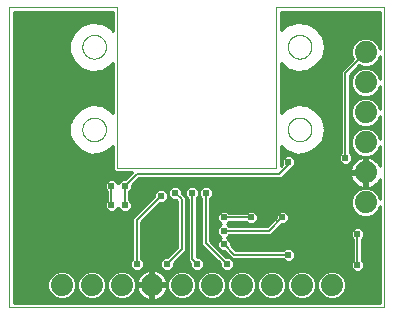
<source format=gbl>
G75*
%MOIN*%
%OFA0B0*%
%FSLAX25Y25*%
%IPPOS*%
%LPD*%
%AMOC8*
5,1,8,0,0,1.08239X$1,22.5*
%
%ADD10C,0.00000*%
%ADD11C,0.07400*%
%ADD12C,0.02381*%
%ADD13C,0.00800*%
%ADD14C,0.01000*%
D10*
X0001643Y0001500D02*
X0001643Y0101500D01*
X0037643Y0101500D01*
X0037643Y0048000D01*
X0090643Y0048000D01*
X0090643Y0101500D01*
X0126643Y0101500D01*
X0126643Y0001500D01*
X0001643Y0001500D01*
X0025956Y0060850D02*
X0025958Y0060975D01*
X0025964Y0061100D01*
X0025974Y0061224D01*
X0025988Y0061348D01*
X0026005Y0061472D01*
X0026027Y0061595D01*
X0026053Y0061717D01*
X0026082Y0061839D01*
X0026115Y0061959D01*
X0026153Y0062078D01*
X0026193Y0062197D01*
X0026238Y0062313D01*
X0026286Y0062428D01*
X0026338Y0062542D01*
X0026394Y0062654D01*
X0026453Y0062764D01*
X0026515Y0062872D01*
X0026581Y0062979D01*
X0026650Y0063083D01*
X0026723Y0063184D01*
X0026798Y0063284D01*
X0026877Y0063381D01*
X0026959Y0063475D01*
X0027044Y0063567D01*
X0027131Y0063656D01*
X0027222Y0063742D01*
X0027315Y0063825D01*
X0027411Y0063906D01*
X0027509Y0063983D01*
X0027609Y0064057D01*
X0027712Y0064128D01*
X0027817Y0064195D01*
X0027925Y0064260D01*
X0028034Y0064320D01*
X0028145Y0064378D01*
X0028258Y0064431D01*
X0028372Y0064481D01*
X0028488Y0064528D01*
X0028605Y0064570D01*
X0028724Y0064609D01*
X0028844Y0064645D01*
X0028965Y0064676D01*
X0029087Y0064704D01*
X0029209Y0064727D01*
X0029333Y0064747D01*
X0029457Y0064763D01*
X0029581Y0064775D01*
X0029706Y0064783D01*
X0029831Y0064787D01*
X0029955Y0064787D01*
X0030080Y0064783D01*
X0030205Y0064775D01*
X0030329Y0064763D01*
X0030453Y0064747D01*
X0030577Y0064727D01*
X0030699Y0064704D01*
X0030821Y0064676D01*
X0030942Y0064645D01*
X0031062Y0064609D01*
X0031181Y0064570D01*
X0031298Y0064528D01*
X0031414Y0064481D01*
X0031528Y0064431D01*
X0031641Y0064378D01*
X0031752Y0064320D01*
X0031862Y0064260D01*
X0031969Y0064195D01*
X0032074Y0064128D01*
X0032177Y0064057D01*
X0032277Y0063983D01*
X0032375Y0063906D01*
X0032471Y0063825D01*
X0032564Y0063742D01*
X0032655Y0063656D01*
X0032742Y0063567D01*
X0032827Y0063475D01*
X0032909Y0063381D01*
X0032988Y0063284D01*
X0033063Y0063184D01*
X0033136Y0063083D01*
X0033205Y0062979D01*
X0033271Y0062872D01*
X0033333Y0062764D01*
X0033392Y0062654D01*
X0033448Y0062542D01*
X0033500Y0062428D01*
X0033548Y0062313D01*
X0033593Y0062197D01*
X0033633Y0062078D01*
X0033671Y0061959D01*
X0033704Y0061839D01*
X0033733Y0061717D01*
X0033759Y0061595D01*
X0033781Y0061472D01*
X0033798Y0061348D01*
X0033812Y0061224D01*
X0033822Y0061100D01*
X0033828Y0060975D01*
X0033830Y0060850D01*
X0033828Y0060725D01*
X0033822Y0060600D01*
X0033812Y0060476D01*
X0033798Y0060352D01*
X0033781Y0060228D01*
X0033759Y0060105D01*
X0033733Y0059983D01*
X0033704Y0059861D01*
X0033671Y0059741D01*
X0033633Y0059622D01*
X0033593Y0059503D01*
X0033548Y0059387D01*
X0033500Y0059272D01*
X0033448Y0059158D01*
X0033392Y0059046D01*
X0033333Y0058936D01*
X0033271Y0058828D01*
X0033205Y0058721D01*
X0033136Y0058617D01*
X0033063Y0058516D01*
X0032988Y0058416D01*
X0032909Y0058319D01*
X0032827Y0058225D01*
X0032742Y0058133D01*
X0032655Y0058044D01*
X0032564Y0057958D01*
X0032471Y0057875D01*
X0032375Y0057794D01*
X0032277Y0057717D01*
X0032177Y0057643D01*
X0032074Y0057572D01*
X0031969Y0057505D01*
X0031861Y0057440D01*
X0031752Y0057380D01*
X0031641Y0057322D01*
X0031528Y0057269D01*
X0031414Y0057219D01*
X0031298Y0057172D01*
X0031181Y0057130D01*
X0031062Y0057091D01*
X0030942Y0057055D01*
X0030821Y0057024D01*
X0030699Y0056996D01*
X0030577Y0056973D01*
X0030453Y0056953D01*
X0030329Y0056937D01*
X0030205Y0056925D01*
X0030080Y0056917D01*
X0029955Y0056913D01*
X0029831Y0056913D01*
X0029706Y0056917D01*
X0029581Y0056925D01*
X0029457Y0056937D01*
X0029333Y0056953D01*
X0029209Y0056973D01*
X0029087Y0056996D01*
X0028965Y0057024D01*
X0028844Y0057055D01*
X0028724Y0057091D01*
X0028605Y0057130D01*
X0028488Y0057172D01*
X0028372Y0057219D01*
X0028258Y0057269D01*
X0028145Y0057322D01*
X0028034Y0057380D01*
X0027924Y0057440D01*
X0027817Y0057505D01*
X0027712Y0057572D01*
X0027609Y0057643D01*
X0027509Y0057717D01*
X0027411Y0057794D01*
X0027315Y0057875D01*
X0027222Y0057958D01*
X0027131Y0058044D01*
X0027044Y0058133D01*
X0026959Y0058225D01*
X0026877Y0058319D01*
X0026798Y0058416D01*
X0026723Y0058516D01*
X0026650Y0058617D01*
X0026581Y0058721D01*
X0026515Y0058828D01*
X0026453Y0058936D01*
X0026394Y0059046D01*
X0026338Y0059158D01*
X0026286Y0059272D01*
X0026238Y0059387D01*
X0026193Y0059503D01*
X0026153Y0059622D01*
X0026115Y0059741D01*
X0026082Y0059861D01*
X0026053Y0059983D01*
X0026027Y0060105D01*
X0026005Y0060228D01*
X0025988Y0060352D01*
X0025974Y0060476D01*
X0025964Y0060600D01*
X0025958Y0060725D01*
X0025956Y0060850D01*
X0025956Y0088410D02*
X0025958Y0088535D01*
X0025964Y0088660D01*
X0025974Y0088784D01*
X0025988Y0088908D01*
X0026005Y0089032D01*
X0026027Y0089155D01*
X0026053Y0089277D01*
X0026082Y0089399D01*
X0026115Y0089519D01*
X0026153Y0089638D01*
X0026193Y0089757D01*
X0026238Y0089873D01*
X0026286Y0089988D01*
X0026338Y0090102D01*
X0026394Y0090214D01*
X0026453Y0090324D01*
X0026515Y0090432D01*
X0026581Y0090539D01*
X0026650Y0090643D01*
X0026723Y0090744D01*
X0026798Y0090844D01*
X0026877Y0090941D01*
X0026959Y0091035D01*
X0027044Y0091127D01*
X0027131Y0091216D01*
X0027222Y0091302D01*
X0027315Y0091385D01*
X0027411Y0091466D01*
X0027509Y0091543D01*
X0027609Y0091617D01*
X0027712Y0091688D01*
X0027817Y0091755D01*
X0027925Y0091820D01*
X0028034Y0091880D01*
X0028145Y0091938D01*
X0028258Y0091991D01*
X0028372Y0092041D01*
X0028488Y0092088D01*
X0028605Y0092130D01*
X0028724Y0092169D01*
X0028844Y0092205D01*
X0028965Y0092236D01*
X0029087Y0092264D01*
X0029209Y0092287D01*
X0029333Y0092307D01*
X0029457Y0092323D01*
X0029581Y0092335D01*
X0029706Y0092343D01*
X0029831Y0092347D01*
X0029955Y0092347D01*
X0030080Y0092343D01*
X0030205Y0092335D01*
X0030329Y0092323D01*
X0030453Y0092307D01*
X0030577Y0092287D01*
X0030699Y0092264D01*
X0030821Y0092236D01*
X0030942Y0092205D01*
X0031062Y0092169D01*
X0031181Y0092130D01*
X0031298Y0092088D01*
X0031414Y0092041D01*
X0031528Y0091991D01*
X0031641Y0091938D01*
X0031752Y0091880D01*
X0031862Y0091820D01*
X0031969Y0091755D01*
X0032074Y0091688D01*
X0032177Y0091617D01*
X0032277Y0091543D01*
X0032375Y0091466D01*
X0032471Y0091385D01*
X0032564Y0091302D01*
X0032655Y0091216D01*
X0032742Y0091127D01*
X0032827Y0091035D01*
X0032909Y0090941D01*
X0032988Y0090844D01*
X0033063Y0090744D01*
X0033136Y0090643D01*
X0033205Y0090539D01*
X0033271Y0090432D01*
X0033333Y0090324D01*
X0033392Y0090214D01*
X0033448Y0090102D01*
X0033500Y0089988D01*
X0033548Y0089873D01*
X0033593Y0089757D01*
X0033633Y0089638D01*
X0033671Y0089519D01*
X0033704Y0089399D01*
X0033733Y0089277D01*
X0033759Y0089155D01*
X0033781Y0089032D01*
X0033798Y0088908D01*
X0033812Y0088784D01*
X0033822Y0088660D01*
X0033828Y0088535D01*
X0033830Y0088410D01*
X0033828Y0088285D01*
X0033822Y0088160D01*
X0033812Y0088036D01*
X0033798Y0087912D01*
X0033781Y0087788D01*
X0033759Y0087665D01*
X0033733Y0087543D01*
X0033704Y0087421D01*
X0033671Y0087301D01*
X0033633Y0087182D01*
X0033593Y0087063D01*
X0033548Y0086947D01*
X0033500Y0086832D01*
X0033448Y0086718D01*
X0033392Y0086606D01*
X0033333Y0086496D01*
X0033271Y0086388D01*
X0033205Y0086281D01*
X0033136Y0086177D01*
X0033063Y0086076D01*
X0032988Y0085976D01*
X0032909Y0085879D01*
X0032827Y0085785D01*
X0032742Y0085693D01*
X0032655Y0085604D01*
X0032564Y0085518D01*
X0032471Y0085435D01*
X0032375Y0085354D01*
X0032277Y0085277D01*
X0032177Y0085203D01*
X0032074Y0085132D01*
X0031969Y0085065D01*
X0031861Y0085000D01*
X0031752Y0084940D01*
X0031641Y0084882D01*
X0031528Y0084829D01*
X0031414Y0084779D01*
X0031298Y0084732D01*
X0031181Y0084690D01*
X0031062Y0084651D01*
X0030942Y0084615D01*
X0030821Y0084584D01*
X0030699Y0084556D01*
X0030577Y0084533D01*
X0030453Y0084513D01*
X0030329Y0084497D01*
X0030205Y0084485D01*
X0030080Y0084477D01*
X0029955Y0084473D01*
X0029831Y0084473D01*
X0029706Y0084477D01*
X0029581Y0084485D01*
X0029457Y0084497D01*
X0029333Y0084513D01*
X0029209Y0084533D01*
X0029087Y0084556D01*
X0028965Y0084584D01*
X0028844Y0084615D01*
X0028724Y0084651D01*
X0028605Y0084690D01*
X0028488Y0084732D01*
X0028372Y0084779D01*
X0028258Y0084829D01*
X0028145Y0084882D01*
X0028034Y0084940D01*
X0027924Y0085000D01*
X0027817Y0085065D01*
X0027712Y0085132D01*
X0027609Y0085203D01*
X0027509Y0085277D01*
X0027411Y0085354D01*
X0027315Y0085435D01*
X0027222Y0085518D01*
X0027131Y0085604D01*
X0027044Y0085693D01*
X0026959Y0085785D01*
X0026877Y0085879D01*
X0026798Y0085976D01*
X0026723Y0086076D01*
X0026650Y0086177D01*
X0026581Y0086281D01*
X0026515Y0086388D01*
X0026453Y0086496D01*
X0026394Y0086606D01*
X0026338Y0086718D01*
X0026286Y0086832D01*
X0026238Y0086947D01*
X0026193Y0087063D01*
X0026153Y0087182D01*
X0026115Y0087301D01*
X0026082Y0087421D01*
X0026053Y0087543D01*
X0026027Y0087665D01*
X0026005Y0087788D01*
X0025988Y0087912D01*
X0025974Y0088036D01*
X0025964Y0088160D01*
X0025958Y0088285D01*
X0025956Y0088410D01*
X0094456Y0088410D02*
X0094458Y0088535D01*
X0094464Y0088660D01*
X0094474Y0088784D01*
X0094488Y0088908D01*
X0094505Y0089032D01*
X0094527Y0089155D01*
X0094553Y0089277D01*
X0094582Y0089399D01*
X0094615Y0089519D01*
X0094653Y0089638D01*
X0094693Y0089757D01*
X0094738Y0089873D01*
X0094786Y0089988D01*
X0094838Y0090102D01*
X0094894Y0090214D01*
X0094953Y0090324D01*
X0095015Y0090432D01*
X0095081Y0090539D01*
X0095150Y0090643D01*
X0095223Y0090744D01*
X0095298Y0090844D01*
X0095377Y0090941D01*
X0095459Y0091035D01*
X0095544Y0091127D01*
X0095631Y0091216D01*
X0095722Y0091302D01*
X0095815Y0091385D01*
X0095911Y0091466D01*
X0096009Y0091543D01*
X0096109Y0091617D01*
X0096212Y0091688D01*
X0096317Y0091755D01*
X0096425Y0091820D01*
X0096534Y0091880D01*
X0096645Y0091938D01*
X0096758Y0091991D01*
X0096872Y0092041D01*
X0096988Y0092088D01*
X0097105Y0092130D01*
X0097224Y0092169D01*
X0097344Y0092205D01*
X0097465Y0092236D01*
X0097587Y0092264D01*
X0097709Y0092287D01*
X0097833Y0092307D01*
X0097957Y0092323D01*
X0098081Y0092335D01*
X0098206Y0092343D01*
X0098331Y0092347D01*
X0098455Y0092347D01*
X0098580Y0092343D01*
X0098705Y0092335D01*
X0098829Y0092323D01*
X0098953Y0092307D01*
X0099077Y0092287D01*
X0099199Y0092264D01*
X0099321Y0092236D01*
X0099442Y0092205D01*
X0099562Y0092169D01*
X0099681Y0092130D01*
X0099798Y0092088D01*
X0099914Y0092041D01*
X0100028Y0091991D01*
X0100141Y0091938D01*
X0100252Y0091880D01*
X0100362Y0091820D01*
X0100469Y0091755D01*
X0100574Y0091688D01*
X0100677Y0091617D01*
X0100777Y0091543D01*
X0100875Y0091466D01*
X0100971Y0091385D01*
X0101064Y0091302D01*
X0101155Y0091216D01*
X0101242Y0091127D01*
X0101327Y0091035D01*
X0101409Y0090941D01*
X0101488Y0090844D01*
X0101563Y0090744D01*
X0101636Y0090643D01*
X0101705Y0090539D01*
X0101771Y0090432D01*
X0101833Y0090324D01*
X0101892Y0090214D01*
X0101948Y0090102D01*
X0102000Y0089988D01*
X0102048Y0089873D01*
X0102093Y0089757D01*
X0102133Y0089638D01*
X0102171Y0089519D01*
X0102204Y0089399D01*
X0102233Y0089277D01*
X0102259Y0089155D01*
X0102281Y0089032D01*
X0102298Y0088908D01*
X0102312Y0088784D01*
X0102322Y0088660D01*
X0102328Y0088535D01*
X0102330Y0088410D01*
X0102328Y0088285D01*
X0102322Y0088160D01*
X0102312Y0088036D01*
X0102298Y0087912D01*
X0102281Y0087788D01*
X0102259Y0087665D01*
X0102233Y0087543D01*
X0102204Y0087421D01*
X0102171Y0087301D01*
X0102133Y0087182D01*
X0102093Y0087063D01*
X0102048Y0086947D01*
X0102000Y0086832D01*
X0101948Y0086718D01*
X0101892Y0086606D01*
X0101833Y0086496D01*
X0101771Y0086388D01*
X0101705Y0086281D01*
X0101636Y0086177D01*
X0101563Y0086076D01*
X0101488Y0085976D01*
X0101409Y0085879D01*
X0101327Y0085785D01*
X0101242Y0085693D01*
X0101155Y0085604D01*
X0101064Y0085518D01*
X0100971Y0085435D01*
X0100875Y0085354D01*
X0100777Y0085277D01*
X0100677Y0085203D01*
X0100574Y0085132D01*
X0100469Y0085065D01*
X0100361Y0085000D01*
X0100252Y0084940D01*
X0100141Y0084882D01*
X0100028Y0084829D01*
X0099914Y0084779D01*
X0099798Y0084732D01*
X0099681Y0084690D01*
X0099562Y0084651D01*
X0099442Y0084615D01*
X0099321Y0084584D01*
X0099199Y0084556D01*
X0099077Y0084533D01*
X0098953Y0084513D01*
X0098829Y0084497D01*
X0098705Y0084485D01*
X0098580Y0084477D01*
X0098455Y0084473D01*
X0098331Y0084473D01*
X0098206Y0084477D01*
X0098081Y0084485D01*
X0097957Y0084497D01*
X0097833Y0084513D01*
X0097709Y0084533D01*
X0097587Y0084556D01*
X0097465Y0084584D01*
X0097344Y0084615D01*
X0097224Y0084651D01*
X0097105Y0084690D01*
X0096988Y0084732D01*
X0096872Y0084779D01*
X0096758Y0084829D01*
X0096645Y0084882D01*
X0096534Y0084940D01*
X0096424Y0085000D01*
X0096317Y0085065D01*
X0096212Y0085132D01*
X0096109Y0085203D01*
X0096009Y0085277D01*
X0095911Y0085354D01*
X0095815Y0085435D01*
X0095722Y0085518D01*
X0095631Y0085604D01*
X0095544Y0085693D01*
X0095459Y0085785D01*
X0095377Y0085879D01*
X0095298Y0085976D01*
X0095223Y0086076D01*
X0095150Y0086177D01*
X0095081Y0086281D01*
X0095015Y0086388D01*
X0094953Y0086496D01*
X0094894Y0086606D01*
X0094838Y0086718D01*
X0094786Y0086832D01*
X0094738Y0086947D01*
X0094693Y0087063D01*
X0094653Y0087182D01*
X0094615Y0087301D01*
X0094582Y0087421D01*
X0094553Y0087543D01*
X0094527Y0087665D01*
X0094505Y0087788D01*
X0094488Y0087912D01*
X0094474Y0088036D01*
X0094464Y0088160D01*
X0094458Y0088285D01*
X0094456Y0088410D01*
X0094456Y0060850D02*
X0094458Y0060975D01*
X0094464Y0061100D01*
X0094474Y0061224D01*
X0094488Y0061348D01*
X0094505Y0061472D01*
X0094527Y0061595D01*
X0094553Y0061717D01*
X0094582Y0061839D01*
X0094615Y0061959D01*
X0094653Y0062078D01*
X0094693Y0062197D01*
X0094738Y0062313D01*
X0094786Y0062428D01*
X0094838Y0062542D01*
X0094894Y0062654D01*
X0094953Y0062764D01*
X0095015Y0062872D01*
X0095081Y0062979D01*
X0095150Y0063083D01*
X0095223Y0063184D01*
X0095298Y0063284D01*
X0095377Y0063381D01*
X0095459Y0063475D01*
X0095544Y0063567D01*
X0095631Y0063656D01*
X0095722Y0063742D01*
X0095815Y0063825D01*
X0095911Y0063906D01*
X0096009Y0063983D01*
X0096109Y0064057D01*
X0096212Y0064128D01*
X0096317Y0064195D01*
X0096425Y0064260D01*
X0096534Y0064320D01*
X0096645Y0064378D01*
X0096758Y0064431D01*
X0096872Y0064481D01*
X0096988Y0064528D01*
X0097105Y0064570D01*
X0097224Y0064609D01*
X0097344Y0064645D01*
X0097465Y0064676D01*
X0097587Y0064704D01*
X0097709Y0064727D01*
X0097833Y0064747D01*
X0097957Y0064763D01*
X0098081Y0064775D01*
X0098206Y0064783D01*
X0098331Y0064787D01*
X0098455Y0064787D01*
X0098580Y0064783D01*
X0098705Y0064775D01*
X0098829Y0064763D01*
X0098953Y0064747D01*
X0099077Y0064727D01*
X0099199Y0064704D01*
X0099321Y0064676D01*
X0099442Y0064645D01*
X0099562Y0064609D01*
X0099681Y0064570D01*
X0099798Y0064528D01*
X0099914Y0064481D01*
X0100028Y0064431D01*
X0100141Y0064378D01*
X0100252Y0064320D01*
X0100362Y0064260D01*
X0100469Y0064195D01*
X0100574Y0064128D01*
X0100677Y0064057D01*
X0100777Y0063983D01*
X0100875Y0063906D01*
X0100971Y0063825D01*
X0101064Y0063742D01*
X0101155Y0063656D01*
X0101242Y0063567D01*
X0101327Y0063475D01*
X0101409Y0063381D01*
X0101488Y0063284D01*
X0101563Y0063184D01*
X0101636Y0063083D01*
X0101705Y0062979D01*
X0101771Y0062872D01*
X0101833Y0062764D01*
X0101892Y0062654D01*
X0101948Y0062542D01*
X0102000Y0062428D01*
X0102048Y0062313D01*
X0102093Y0062197D01*
X0102133Y0062078D01*
X0102171Y0061959D01*
X0102204Y0061839D01*
X0102233Y0061717D01*
X0102259Y0061595D01*
X0102281Y0061472D01*
X0102298Y0061348D01*
X0102312Y0061224D01*
X0102322Y0061100D01*
X0102328Y0060975D01*
X0102330Y0060850D01*
X0102328Y0060725D01*
X0102322Y0060600D01*
X0102312Y0060476D01*
X0102298Y0060352D01*
X0102281Y0060228D01*
X0102259Y0060105D01*
X0102233Y0059983D01*
X0102204Y0059861D01*
X0102171Y0059741D01*
X0102133Y0059622D01*
X0102093Y0059503D01*
X0102048Y0059387D01*
X0102000Y0059272D01*
X0101948Y0059158D01*
X0101892Y0059046D01*
X0101833Y0058936D01*
X0101771Y0058828D01*
X0101705Y0058721D01*
X0101636Y0058617D01*
X0101563Y0058516D01*
X0101488Y0058416D01*
X0101409Y0058319D01*
X0101327Y0058225D01*
X0101242Y0058133D01*
X0101155Y0058044D01*
X0101064Y0057958D01*
X0100971Y0057875D01*
X0100875Y0057794D01*
X0100777Y0057717D01*
X0100677Y0057643D01*
X0100574Y0057572D01*
X0100469Y0057505D01*
X0100361Y0057440D01*
X0100252Y0057380D01*
X0100141Y0057322D01*
X0100028Y0057269D01*
X0099914Y0057219D01*
X0099798Y0057172D01*
X0099681Y0057130D01*
X0099562Y0057091D01*
X0099442Y0057055D01*
X0099321Y0057024D01*
X0099199Y0056996D01*
X0099077Y0056973D01*
X0098953Y0056953D01*
X0098829Y0056937D01*
X0098705Y0056925D01*
X0098580Y0056917D01*
X0098455Y0056913D01*
X0098331Y0056913D01*
X0098206Y0056917D01*
X0098081Y0056925D01*
X0097957Y0056937D01*
X0097833Y0056953D01*
X0097709Y0056973D01*
X0097587Y0056996D01*
X0097465Y0057024D01*
X0097344Y0057055D01*
X0097224Y0057091D01*
X0097105Y0057130D01*
X0096988Y0057172D01*
X0096872Y0057219D01*
X0096758Y0057269D01*
X0096645Y0057322D01*
X0096534Y0057380D01*
X0096424Y0057440D01*
X0096317Y0057505D01*
X0096212Y0057572D01*
X0096109Y0057643D01*
X0096009Y0057717D01*
X0095911Y0057794D01*
X0095815Y0057875D01*
X0095722Y0057958D01*
X0095631Y0058044D01*
X0095544Y0058133D01*
X0095459Y0058225D01*
X0095377Y0058319D01*
X0095298Y0058416D01*
X0095223Y0058516D01*
X0095150Y0058617D01*
X0095081Y0058721D01*
X0095015Y0058828D01*
X0094953Y0058936D01*
X0094894Y0059046D01*
X0094838Y0059158D01*
X0094786Y0059272D01*
X0094738Y0059387D01*
X0094693Y0059503D01*
X0094653Y0059622D01*
X0094615Y0059741D01*
X0094582Y0059861D01*
X0094553Y0059983D01*
X0094527Y0060105D01*
X0094505Y0060228D01*
X0094488Y0060352D01*
X0094474Y0060476D01*
X0094464Y0060600D01*
X0094458Y0060725D01*
X0094456Y0060850D01*
D11*
X0120393Y0056500D03*
X0120393Y0046500D03*
X0120393Y0036500D03*
X0109143Y0009000D03*
X0099143Y0009000D03*
X0089143Y0009000D03*
X0079143Y0009000D03*
X0069143Y0009000D03*
X0059143Y0009000D03*
X0049143Y0009000D03*
X0039143Y0009000D03*
X0029143Y0009000D03*
X0019143Y0009000D03*
X0120393Y0066500D03*
X0120393Y0076500D03*
X0120393Y0086500D03*
D12*
X0113643Y0051250D03*
X0094643Y0050000D03*
X0084643Y0042500D03*
X0084643Y0035000D03*
X0082143Y0031500D03*
X0073143Y0031500D03*
X0073143Y0027000D03*
X0073143Y0022500D03*
X0074143Y0016000D03*
X0064143Y0016000D03*
X0054143Y0016000D03*
X0044143Y0016000D03*
X0053143Y0032000D03*
X0056143Y0032000D03*
X0052143Y0038750D03*
X0056893Y0039750D03*
X0062393Y0039750D03*
X0067143Y0039750D03*
X0072643Y0039000D03*
X0084893Y0022750D03*
X0094643Y0019000D03*
X0092643Y0031500D03*
X0099393Y0035250D03*
X0117643Y0026000D03*
X0117643Y0015500D03*
X0044143Y0035500D03*
X0040143Y0035500D03*
X0035643Y0035500D03*
X0035643Y0042000D03*
X0040143Y0042000D03*
X0044143Y0042500D03*
X0021643Y0045000D03*
X0011643Y0054000D03*
X0022143Y0079000D03*
X0014143Y0026500D03*
D13*
X0035643Y0035500D02*
X0035643Y0042000D01*
X0040143Y0042000D02*
X0044143Y0046000D01*
X0091643Y0046000D01*
X0094643Y0049000D01*
X0094643Y0050000D01*
X0113643Y0051250D02*
X0113643Y0079750D01*
X0120393Y0086500D01*
X0067143Y0039750D02*
X0067143Y0023000D01*
X0074143Y0016000D01*
X0076643Y0019000D02*
X0094643Y0019000D01*
X0088143Y0027000D02*
X0092643Y0031500D01*
X0088143Y0027000D02*
X0073143Y0027000D01*
X0073143Y0031500D02*
X0082143Y0031500D01*
X0073143Y0022500D02*
X0076643Y0019000D01*
X0064143Y0016000D02*
X0062643Y0017500D01*
X0062643Y0039500D01*
X0062393Y0039750D01*
X0059143Y0037500D02*
X0059143Y0021000D01*
X0054143Y0016000D01*
X0044143Y0016000D02*
X0044143Y0030750D01*
X0052143Y0038750D01*
X0056893Y0039750D02*
X0059143Y0037500D01*
X0040143Y0035500D02*
X0040143Y0042000D01*
X0117643Y0026000D02*
X0117643Y0015500D01*
D14*
X0115353Y0015479D02*
X0076434Y0015479D01*
X0076434Y0015051D02*
X0075092Y0013709D01*
X0073195Y0013709D01*
X0071853Y0015051D01*
X0071853Y0016169D01*
X0065643Y0022379D01*
X0065643Y0038011D01*
X0064853Y0038801D01*
X0064853Y0040699D01*
X0066195Y0042041D01*
X0068092Y0042041D01*
X0069434Y0040699D01*
X0069434Y0038801D01*
X0068643Y0038011D01*
X0068643Y0023621D01*
X0073974Y0018291D01*
X0075092Y0018291D01*
X0076434Y0016949D01*
X0076434Y0015051D01*
X0075863Y0014481D02*
X0115423Y0014481D01*
X0115353Y0014551D02*
X0116695Y0013209D01*
X0118592Y0013209D01*
X0119934Y0014551D01*
X0119934Y0016449D01*
X0119143Y0017239D01*
X0119143Y0024261D01*
X0119934Y0025051D01*
X0119934Y0026949D01*
X0118592Y0028291D01*
X0116695Y0028291D01*
X0115353Y0026949D01*
X0115353Y0025051D01*
X0116143Y0024261D01*
X0116143Y0017239D01*
X0115353Y0016449D01*
X0115353Y0014551D01*
X0116422Y0013482D02*
X0110865Y0013482D01*
X0110098Y0013800D02*
X0111862Y0013069D01*
X0113213Y0011719D01*
X0113943Y0009955D01*
X0113943Y0008045D01*
X0113213Y0006281D01*
X0111862Y0004931D01*
X0110098Y0004200D01*
X0108189Y0004200D01*
X0106424Y0004931D01*
X0105074Y0006281D01*
X0104343Y0008045D01*
X0104343Y0009955D01*
X0105074Y0011719D01*
X0106424Y0013069D01*
X0108189Y0013800D01*
X0110098Y0013800D01*
X0112448Y0012484D02*
X0125143Y0012484D01*
X0125143Y0013482D02*
X0118865Y0013482D01*
X0119863Y0014481D02*
X0125143Y0014481D01*
X0125143Y0015479D02*
X0119934Y0015479D01*
X0119905Y0016478D02*
X0125143Y0016478D01*
X0125143Y0017476D02*
X0119143Y0017476D01*
X0119143Y0018475D02*
X0125143Y0018475D01*
X0125143Y0019473D02*
X0119143Y0019473D01*
X0119143Y0020472D02*
X0125143Y0020472D01*
X0125143Y0021470D02*
X0119143Y0021470D01*
X0119143Y0022469D02*
X0125143Y0022469D01*
X0125143Y0023467D02*
X0119143Y0023467D01*
X0119348Y0024466D02*
X0125143Y0024466D01*
X0125143Y0025464D02*
X0119934Y0025464D01*
X0119934Y0026463D02*
X0125143Y0026463D01*
X0125143Y0027461D02*
X0119421Y0027461D01*
X0115865Y0027461D02*
X0090726Y0027461D01*
X0089727Y0026463D02*
X0115353Y0026463D01*
X0115353Y0025464D02*
X0074847Y0025464D01*
X0074883Y0025500D02*
X0088765Y0025500D01*
X0092474Y0029209D01*
X0093592Y0029209D01*
X0094934Y0030551D01*
X0094934Y0032449D01*
X0093592Y0033791D01*
X0091695Y0033791D01*
X0090353Y0032449D01*
X0090353Y0031331D01*
X0087522Y0028500D01*
X0074883Y0028500D01*
X0074133Y0029250D01*
X0074883Y0030000D01*
X0080404Y0030000D01*
X0081195Y0029209D01*
X0083092Y0029209D01*
X0084434Y0030551D01*
X0084434Y0032449D01*
X0083092Y0033791D01*
X0081195Y0033791D01*
X0080404Y0033000D01*
X0074883Y0033000D01*
X0074092Y0033791D01*
X0072195Y0033791D01*
X0070853Y0032449D01*
X0070853Y0030551D01*
X0072154Y0029250D01*
X0070853Y0027949D01*
X0070853Y0026051D01*
X0072154Y0024750D01*
X0070853Y0023449D01*
X0070853Y0021551D01*
X0072195Y0020209D01*
X0073313Y0020209D01*
X0075143Y0018379D01*
X0076022Y0017500D01*
X0092904Y0017500D01*
X0093695Y0016709D01*
X0095592Y0016709D01*
X0096934Y0018051D01*
X0096934Y0019949D01*
X0095592Y0021291D01*
X0093695Y0021291D01*
X0092904Y0020500D01*
X0077265Y0020500D01*
X0075434Y0022331D01*
X0075434Y0023449D01*
X0074133Y0024750D01*
X0074883Y0025500D01*
X0074417Y0024466D02*
X0115938Y0024466D01*
X0116143Y0023467D02*
X0075415Y0023467D01*
X0075434Y0022469D02*
X0116143Y0022469D01*
X0116143Y0021470D02*
X0076294Y0021470D01*
X0074049Y0019473D02*
X0072791Y0019473D01*
X0071932Y0020472D02*
X0071793Y0020472D01*
X0070934Y0021470D02*
X0070794Y0021470D01*
X0070853Y0022469D02*
X0069796Y0022469D01*
X0068797Y0023467D02*
X0070871Y0023467D01*
X0071870Y0024466D02*
X0068643Y0024466D01*
X0068643Y0025464D02*
X0071440Y0025464D01*
X0070853Y0026463D02*
X0068643Y0026463D01*
X0068643Y0027461D02*
X0070853Y0027461D01*
X0071364Y0028460D02*
X0068643Y0028460D01*
X0068643Y0029458D02*
X0071946Y0029458D01*
X0070947Y0030457D02*
X0068643Y0030457D01*
X0068643Y0031455D02*
X0070853Y0031455D01*
X0070858Y0032454D02*
X0068643Y0032454D01*
X0068643Y0033452D02*
X0071856Y0033452D01*
X0074430Y0033452D02*
X0080856Y0033452D01*
X0083430Y0033452D02*
X0091356Y0033452D01*
X0090358Y0032454D02*
X0084429Y0032454D01*
X0084434Y0031455D02*
X0090353Y0031455D01*
X0089479Y0030457D02*
X0084339Y0030457D01*
X0083341Y0029458D02*
X0088480Y0029458D01*
X0091724Y0028460D02*
X0125143Y0028460D01*
X0125143Y0029458D02*
X0093841Y0029458D01*
X0094839Y0030457D02*
X0125143Y0030457D01*
X0125143Y0031455D02*
X0094934Y0031455D01*
X0094929Y0032454D02*
X0117651Y0032454D01*
X0117674Y0032431D02*
X0119439Y0031700D01*
X0121348Y0031700D01*
X0123112Y0032431D01*
X0124463Y0033781D01*
X0125143Y0035425D01*
X0125143Y0003000D01*
X0003143Y0003000D01*
X0003143Y0100000D01*
X0036143Y0100000D01*
X0036143Y0093786D01*
X0035514Y0094652D01*
X0032489Y0096399D01*
X0029015Y0096764D01*
X0025693Y0095685D01*
X0023098Y0093347D01*
X0021677Y0090156D01*
X0021677Y0086664D01*
X0023098Y0083473D01*
X0023098Y0083473D01*
X0025693Y0081135D01*
X0029015Y0080056D01*
X0029015Y0080056D01*
X0032489Y0080421D01*
X0035514Y0082168D01*
X0036143Y0083034D01*
X0036143Y0066226D01*
X0035514Y0067092D01*
X0035514Y0067092D01*
X0032489Y0068839D01*
X0029015Y0069204D01*
X0025693Y0068125D01*
X0023098Y0065787D01*
X0021677Y0062596D01*
X0021677Y0059104D01*
X0023098Y0055913D01*
X0025693Y0053575D01*
X0029015Y0052496D01*
X0029015Y0052496D01*
X0032489Y0052861D01*
X0035514Y0054608D01*
X0036143Y0055474D01*
X0036143Y0047379D01*
X0037022Y0046500D01*
X0042522Y0046500D01*
X0040313Y0044291D01*
X0039195Y0044291D01*
X0037893Y0042989D01*
X0036592Y0044291D01*
X0034695Y0044291D01*
X0033353Y0042949D01*
X0033353Y0041051D01*
X0034143Y0040261D01*
X0034143Y0037239D01*
X0033353Y0036449D01*
X0033353Y0034551D01*
X0034695Y0033209D01*
X0036592Y0033209D01*
X0037893Y0034511D01*
X0039195Y0033209D01*
X0041092Y0033209D01*
X0042434Y0034551D01*
X0042434Y0036449D01*
X0041643Y0037239D01*
X0041643Y0040261D01*
X0042434Y0041051D01*
X0042434Y0042169D01*
X0044765Y0044500D01*
X0092265Y0044500D01*
X0093143Y0045379D01*
X0095474Y0047709D01*
X0095592Y0047709D01*
X0096934Y0049051D01*
X0096934Y0050949D01*
X0095592Y0052291D01*
X0093695Y0052291D01*
X0092353Y0050949D01*
X0092353Y0049051D01*
X0092463Y0048941D01*
X0092143Y0048621D01*
X0092143Y0055421D01*
X0094193Y0053575D01*
X0097515Y0052496D01*
X0097515Y0052496D01*
X0100989Y0052861D01*
X0104014Y0054608D01*
X0106067Y0057433D01*
X0106067Y0057433D01*
X0106793Y0060850D01*
X0106067Y0064267D01*
X0104014Y0067092D01*
X0104014Y0067092D01*
X0100989Y0068839D01*
X0097515Y0069204D01*
X0094193Y0068125D01*
X0092143Y0066279D01*
X0092143Y0082981D01*
X0094193Y0081135D01*
X0097515Y0080056D01*
X0097515Y0080056D01*
X0100989Y0080421D01*
X0104014Y0082168D01*
X0106067Y0084993D01*
X0106067Y0084993D01*
X0106793Y0088410D01*
X0106067Y0091827D01*
X0104014Y0094652D01*
X0104014Y0094652D01*
X0100989Y0096399D01*
X0097515Y0096764D01*
X0094193Y0095685D01*
X0092143Y0093839D01*
X0092143Y0100000D01*
X0125143Y0100000D01*
X0125143Y0087575D01*
X0124463Y0089219D01*
X0123112Y0090569D01*
X0121348Y0091300D01*
X0119439Y0091300D01*
X0117674Y0090569D01*
X0116324Y0089219D01*
X0115593Y0087455D01*
X0115593Y0085545D01*
X0116098Y0084326D01*
X0112143Y0080371D01*
X0112143Y0052989D01*
X0111353Y0052199D01*
X0111353Y0050301D01*
X0112695Y0048959D01*
X0114592Y0048959D01*
X0115934Y0050301D01*
X0115934Y0052199D01*
X0115143Y0052989D01*
X0115143Y0079129D01*
X0118220Y0082205D01*
X0119439Y0081700D01*
X0121348Y0081700D01*
X0123112Y0082431D01*
X0124463Y0083781D01*
X0125143Y0085425D01*
X0125143Y0077575D01*
X0124463Y0079219D01*
X0123112Y0080569D01*
X0121348Y0081300D01*
X0119439Y0081300D01*
X0117674Y0080569D01*
X0116324Y0079219D01*
X0115593Y0077455D01*
X0115593Y0075545D01*
X0116324Y0073781D01*
X0117674Y0072431D01*
X0119439Y0071700D01*
X0121348Y0071700D01*
X0123112Y0072431D01*
X0124463Y0073781D01*
X0125143Y0075425D01*
X0125143Y0067575D01*
X0124463Y0069219D01*
X0123112Y0070569D01*
X0121348Y0071300D01*
X0119439Y0071300D01*
X0117674Y0070569D01*
X0116324Y0069219D01*
X0115593Y0067455D01*
X0115593Y0065545D01*
X0116324Y0063781D01*
X0117674Y0062431D01*
X0119439Y0061700D01*
X0121348Y0061700D01*
X0123112Y0062431D01*
X0124463Y0063781D01*
X0125143Y0065425D01*
X0125143Y0057575D01*
X0124463Y0059219D01*
X0123112Y0060569D01*
X0121348Y0061300D01*
X0119439Y0061300D01*
X0117674Y0060569D01*
X0116324Y0059219D01*
X0115593Y0057455D01*
X0115593Y0055545D01*
X0116324Y0053781D01*
X0117674Y0052431D01*
X0119439Y0051700D01*
X0121348Y0051700D01*
X0123112Y0052431D01*
X0124463Y0053781D01*
X0125143Y0055425D01*
X0125143Y0048632D01*
X0124841Y0049225D01*
X0124360Y0049888D01*
X0123781Y0050466D01*
X0123119Y0050947D01*
X0122389Y0051319D01*
X0121611Y0051572D01*
X0120893Y0051686D01*
X0120893Y0047000D01*
X0119893Y0047000D01*
X0119893Y0046000D01*
X0115208Y0046000D01*
X0115321Y0045282D01*
X0115574Y0044504D01*
X0115946Y0043775D01*
X0116427Y0043112D01*
X0117006Y0042534D01*
X0117668Y0042053D01*
X0118397Y0041681D01*
X0119176Y0041428D01*
X0119893Y0041314D01*
X0119893Y0046000D01*
X0120893Y0046000D01*
X0120893Y0041314D01*
X0121611Y0041428D01*
X0122389Y0041681D01*
X0123119Y0042053D01*
X0123781Y0042534D01*
X0124360Y0043112D01*
X0124841Y0043775D01*
X0125143Y0044368D01*
X0125143Y0037575D01*
X0124463Y0039219D01*
X0123112Y0040569D01*
X0121348Y0041300D01*
X0119439Y0041300D01*
X0117674Y0040569D01*
X0116324Y0039219D01*
X0115593Y0037455D01*
X0115593Y0035545D01*
X0116324Y0033781D01*
X0117674Y0032431D01*
X0116653Y0033452D02*
X0093930Y0033452D01*
X0080946Y0029458D02*
X0074341Y0029458D01*
X0068643Y0034451D02*
X0116047Y0034451D01*
X0115633Y0035449D02*
X0068643Y0035449D01*
X0068643Y0036448D02*
X0115593Y0036448D01*
X0115593Y0037446D02*
X0068643Y0037446D01*
X0069078Y0038445D02*
X0116003Y0038445D01*
X0116549Y0039443D02*
X0069434Y0039443D01*
X0069434Y0040442D02*
X0117547Y0040442D01*
X0119137Y0041440D02*
X0068692Y0041440D01*
X0065594Y0041440D02*
X0063942Y0041440D01*
X0063342Y0042041D02*
X0061445Y0042041D01*
X0060103Y0040699D01*
X0060103Y0038801D01*
X0061143Y0037761D01*
X0061143Y0016879D01*
X0061853Y0016169D01*
X0061853Y0015051D01*
X0063195Y0013709D01*
X0065092Y0013709D01*
X0066434Y0015051D01*
X0066434Y0016949D01*
X0065092Y0018291D01*
X0064143Y0018291D01*
X0064143Y0038261D01*
X0064684Y0038801D01*
X0064684Y0040699D01*
X0063342Y0042041D01*
X0064684Y0040442D02*
X0064853Y0040442D01*
X0064853Y0039443D02*
X0064684Y0039443D01*
X0064328Y0038445D02*
X0065209Y0038445D01*
X0065643Y0037446D02*
X0064143Y0037446D01*
X0064143Y0036448D02*
X0065643Y0036448D01*
X0065643Y0035449D02*
X0064143Y0035449D01*
X0064143Y0034451D02*
X0065643Y0034451D01*
X0065643Y0033452D02*
X0064143Y0033452D01*
X0064143Y0032454D02*
X0065643Y0032454D01*
X0065643Y0031455D02*
X0064143Y0031455D01*
X0064143Y0030457D02*
X0065643Y0030457D01*
X0065643Y0029458D02*
X0064143Y0029458D01*
X0064143Y0028460D02*
X0065643Y0028460D01*
X0065643Y0027461D02*
X0064143Y0027461D01*
X0064143Y0026463D02*
X0065643Y0026463D01*
X0065643Y0025464D02*
X0064143Y0025464D01*
X0064143Y0024466D02*
X0065643Y0024466D01*
X0065643Y0023467D02*
X0064143Y0023467D01*
X0064143Y0022469D02*
X0065643Y0022469D01*
X0066552Y0021470D02*
X0064143Y0021470D01*
X0064143Y0020472D02*
X0067550Y0020472D01*
X0068549Y0019473D02*
X0064143Y0019473D01*
X0064143Y0018475D02*
X0069547Y0018475D01*
X0070546Y0017476D02*
X0065906Y0017476D01*
X0066434Y0016478D02*
X0071544Y0016478D01*
X0071853Y0015479D02*
X0066434Y0015479D01*
X0065863Y0014481D02*
X0072423Y0014481D01*
X0070865Y0013482D02*
X0077421Y0013482D01*
X0078189Y0013800D02*
X0076424Y0013069D01*
X0075074Y0011719D01*
X0074343Y0009955D01*
X0074343Y0008045D01*
X0075074Y0006281D01*
X0076424Y0004931D01*
X0078189Y0004200D01*
X0080098Y0004200D01*
X0081862Y0004931D01*
X0083213Y0006281D01*
X0083943Y0008045D01*
X0083943Y0009955D01*
X0083213Y0011719D01*
X0081862Y0013069D01*
X0080098Y0013800D01*
X0078189Y0013800D01*
X0075839Y0012484D02*
X0072448Y0012484D01*
X0071862Y0013069D02*
X0070098Y0013800D01*
X0068189Y0013800D01*
X0066424Y0013069D01*
X0065074Y0011719D01*
X0064343Y0009955D01*
X0064343Y0008045D01*
X0065074Y0006281D01*
X0066424Y0004931D01*
X0068189Y0004200D01*
X0070098Y0004200D01*
X0071862Y0004931D01*
X0073213Y0006281D01*
X0073943Y0008045D01*
X0073943Y0009955D01*
X0073213Y0011719D01*
X0071862Y0013069D01*
X0073309Y0011485D02*
X0074977Y0011485D01*
X0074564Y0010487D02*
X0073723Y0010487D01*
X0073943Y0009488D02*
X0074343Y0009488D01*
X0074343Y0008490D02*
X0073943Y0008490D01*
X0073714Y0007491D02*
X0074573Y0007491D01*
X0074986Y0006493D02*
X0073300Y0006493D01*
X0072426Y0005494D02*
X0075861Y0005494D01*
X0077475Y0004496D02*
X0070812Y0004496D01*
X0067475Y0004496D02*
X0060812Y0004496D01*
X0060098Y0004200D02*
X0061862Y0004931D01*
X0063213Y0006281D01*
X0063943Y0008045D01*
X0063943Y0009955D01*
X0063213Y0011719D01*
X0061862Y0013069D01*
X0060098Y0013800D01*
X0058189Y0013800D01*
X0056424Y0013069D01*
X0055074Y0011719D01*
X0054343Y0009955D01*
X0054343Y0008045D01*
X0055074Y0006281D01*
X0056424Y0004931D01*
X0058189Y0004200D01*
X0060098Y0004200D01*
X0057475Y0004496D02*
X0051757Y0004496D01*
X0051869Y0004553D02*
X0052531Y0005034D01*
X0053110Y0005612D01*
X0053591Y0006275D01*
X0053962Y0007004D01*
X0054215Y0007782D01*
X0054329Y0008500D01*
X0049643Y0008500D01*
X0049643Y0003814D01*
X0050361Y0003928D01*
X0051139Y0004181D01*
X0051869Y0004553D01*
X0052991Y0005494D02*
X0055861Y0005494D01*
X0054986Y0006493D02*
X0053702Y0006493D01*
X0054121Y0007491D02*
X0054573Y0007491D01*
X0054343Y0008490D02*
X0054327Y0008490D01*
X0054343Y0009488D02*
X0049643Y0009488D01*
X0049643Y0009500D02*
X0054329Y0009500D01*
X0054215Y0010218D01*
X0053962Y0010996D01*
X0053591Y0011725D01*
X0053110Y0012388D01*
X0052531Y0012966D01*
X0051869Y0013447D01*
X0051139Y0013819D01*
X0050361Y0014072D01*
X0049643Y0014186D01*
X0049643Y0009500D01*
X0048643Y0009500D01*
X0048643Y0008500D01*
X0043958Y0008500D01*
X0044071Y0007782D01*
X0044324Y0007004D01*
X0044696Y0006275D01*
X0045177Y0005612D01*
X0045756Y0005034D01*
X0046418Y0004553D01*
X0047147Y0004181D01*
X0047926Y0003928D01*
X0048643Y0003814D01*
X0048643Y0008500D01*
X0049643Y0008500D01*
X0049643Y0009500D01*
X0049643Y0010487D02*
X0048643Y0010487D01*
X0048643Y0009500D02*
X0048643Y0014186D01*
X0047926Y0014072D01*
X0047147Y0013819D01*
X0046418Y0013447D01*
X0045756Y0012966D01*
X0045177Y0012388D01*
X0044696Y0011725D01*
X0044324Y0010996D01*
X0044071Y0010218D01*
X0043958Y0009500D01*
X0048643Y0009500D01*
X0048643Y0009488D02*
X0043943Y0009488D01*
X0043943Y0009955D02*
X0043213Y0011719D01*
X0041862Y0013069D01*
X0040098Y0013800D01*
X0038189Y0013800D01*
X0036424Y0013069D01*
X0035074Y0011719D01*
X0034343Y0009955D01*
X0034343Y0008045D01*
X0035074Y0006281D01*
X0036424Y0004931D01*
X0038189Y0004200D01*
X0040098Y0004200D01*
X0041862Y0004931D01*
X0043213Y0006281D01*
X0043943Y0008045D01*
X0043943Y0009955D01*
X0044159Y0010487D02*
X0043723Y0010487D01*
X0043309Y0011485D02*
X0044573Y0011485D01*
X0045273Y0012484D02*
X0042448Y0012484D01*
X0043195Y0013709D02*
X0045092Y0013709D01*
X0046434Y0015051D01*
X0046434Y0016949D01*
X0045643Y0017739D01*
X0045643Y0030129D01*
X0051974Y0036459D01*
X0053092Y0036459D01*
X0054434Y0037801D01*
X0054434Y0039699D01*
X0053092Y0041041D01*
X0051195Y0041041D01*
X0049853Y0039699D01*
X0049853Y0038581D01*
X0042643Y0031371D01*
X0042643Y0017739D01*
X0041853Y0016949D01*
X0041853Y0015051D01*
X0043195Y0013709D01*
X0042423Y0014481D02*
X0003143Y0014481D01*
X0003143Y0015479D02*
X0041853Y0015479D01*
X0041853Y0016478D02*
X0003143Y0016478D01*
X0003143Y0017476D02*
X0042380Y0017476D01*
X0042643Y0018475D02*
X0003143Y0018475D01*
X0003143Y0019473D02*
X0042643Y0019473D01*
X0042643Y0020472D02*
X0003143Y0020472D01*
X0003143Y0021470D02*
X0042643Y0021470D01*
X0042643Y0022469D02*
X0003143Y0022469D01*
X0003143Y0023467D02*
X0042643Y0023467D01*
X0042643Y0024466D02*
X0003143Y0024466D01*
X0003143Y0025464D02*
X0042643Y0025464D01*
X0042643Y0026463D02*
X0003143Y0026463D01*
X0003143Y0027461D02*
X0042643Y0027461D01*
X0042643Y0028460D02*
X0003143Y0028460D01*
X0003143Y0029458D02*
X0042643Y0029458D01*
X0042643Y0030457D02*
X0003143Y0030457D01*
X0003143Y0031455D02*
X0042727Y0031455D01*
X0043726Y0032454D02*
X0003143Y0032454D01*
X0003143Y0033452D02*
X0034452Y0033452D01*
X0033453Y0034451D02*
X0003143Y0034451D01*
X0003143Y0035449D02*
X0033353Y0035449D01*
X0033353Y0036448D02*
X0003143Y0036448D01*
X0003143Y0037446D02*
X0034143Y0037446D01*
X0034143Y0038445D02*
X0003143Y0038445D01*
X0003143Y0039443D02*
X0034143Y0039443D01*
X0033962Y0040442D02*
X0003143Y0040442D01*
X0003143Y0041440D02*
X0033353Y0041440D01*
X0033353Y0042439D02*
X0003143Y0042439D01*
X0003143Y0043437D02*
X0033841Y0043437D01*
X0037445Y0043437D02*
X0038341Y0043437D01*
X0040458Y0044436D02*
X0003143Y0044436D01*
X0003143Y0045434D02*
X0041456Y0045434D01*
X0042455Y0046433D02*
X0003143Y0046433D01*
X0003143Y0047432D02*
X0036143Y0047432D01*
X0036143Y0048430D02*
X0003143Y0048430D01*
X0003143Y0049429D02*
X0036143Y0049429D01*
X0036143Y0050427D02*
X0003143Y0050427D01*
X0003143Y0051426D02*
X0036143Y0051426D01*
X0036143Y0052424D02*
X0003143Y0052424D01*
X0003143Y0053423D02*
X0026164Y0053423D01*
X0025693Y0053575D02*
X0025693Y0053575D01*
X0024754Y0054421D02*
X0003143Y0054421D01*
X0003143Y0055420D02*
X0023645Y0055420D01*
X0023098Y0055913D02*
X0023098Y0055913D01*
X0022872Y0056418D02*
X0003143Y0056418D01*
X0003143Y0057417D02*
X0022428Y0057417D01*
X0021983Y0058415D02*
X0003143Y0058415D01*
X0003143Y0059414D02*
X0021677Y0059414D01*
X0021677Y0060412D02*
X0003143Y0060412D01*
X0003143Y0061411D02*
X0021677Y0061411D01*
X0021677Y0062409D02*
X0003143Y0062409D01*
X0003143Y0063408D02*
X0022038Y0063408D01*
X0022483Y0064406D02*
X0003143Y0064406D01*
X0003143Y0065405D02*
X0022927Y0065405D01*
X0023098Y0065787D02*
X0023098Y0065787D01*
X0023782Y0066403D02*
X0003143Y0066403D01*
X0003143Y0067402D02*
X0024890Y0067402D01*
X0025693Y0068125D02*
X0025693Y0068125D01*
X0026542Y0068400D02*
X0003143Y0068400D01*
X0003143Y0069399D02*
X0036143Y0069399D01*
X0036143Y0070397D02*
X0003143Y0070397D01*
X0003143Y0071396D02*
X0036143Y0071396D01*
X0036143Y0072394D02*
X0003143Y0072394D01*
X0003143Y0073393D02*
X0036143Y0073393D01*
X0036143Y0074391D02*
X0003143Y0074391D01*
X0003143Y0075390D02*
X0036143Y0075390D01*
X0036143Y0076388D02*
X0003143Y0076388D01*
X0003143Y0077387D02*
X0036143Y0077387D01*
X0036143Y0078385D02*
X0003143Y0078385D01*
X0003143Y0079384D02*
X0036143Y0079384D01*
X0036143Y0080382D02*
X0032121Y0080382D01*
X0032489Y0080421D02*
X0032489Y0080421D01*
X0034151Y0081381D02*
X0036143Y0081381D01*
X0036143Y0082379D02*
X0035668Y0082379D01*
X0035514Y0082168D02*
X0035514Y0082168D01*
X0035514Y0082168D01*
X0028011Y0080382D02*
X0003143Y0080382D01*
X0003143Y0081381D02*
X0025421Y0081381D01*
X0025693Y0081135D02*
X0025693Y0081135D01*
X0024312Y0082379D02*
X0003143Y0082379D01*
X0003143Y0083378D02*
X0023203Y0083378D01*
X0022695Y0084376D02*
X0003143Y0084376D01*
X0003143Y0085375D02*
X0022251Y0085375D01*
X0021806Y0086373D02*
X0003143Y0086373D01*
X0003143Y0087372D02*
X0021677Y0087372D01*
X0021677Y0088370D02*
X0003143Y0088370D01*
X0003143Y0089369D02*
X0021677Y0089369D01*
X0021771Y0090368D02*
X0003143Y0090368D01*
X0003143Y0091366D02*
X0022215Y0091366D01*
X0022660Y0092365D02*
X0003143Y0092365D01*
X0003143Y0093363D02*
X0023115Y0093363D01*
X0023098Y0093347D02*
X0023098Y0093347D01*
X0024224Y0094362D02*
X0003143Y0094362D01*
X0003143Y0095360D02*
X0025333Y0095360D01*
X0027768Y0096359D02*
X0003143Y0096359D01*
X0003143Y0097357D02*
X0036143Y0097357D01*
X0036143Y0096359D02*
X0032559Y0096359D01*
X0034288Y0095360D02*
X0036143Y0095360D01*
X0035514Y0094652D02*
X0035514Y0094652D01*
X0035725Y0094362D02*
X0036143Y0094362D01*
X0036143Y0098356D02*
X0003143Y0098356D01*
X0003143Y0099354D02*
X0036143Y0099354D01*
X0032489Y0068839D02*
X0032489Y0068839D01*
X0033249Y0068400D02*
X0036143Y0068400D01*
X0036143Y0067402D02*
X0034978Y0067402D01*
X0035514Y0067092D02*
X0035514Y0067092D01*
X0036015Y0066403D02*
X0036143Y0066403D01*
X0029015Y0069204D02*
X0029015Y0069204D01*
X0036104Y0055420D02*
X0036143Y0055420D01*
X0036143Y0054421D02*
X0035191Y0054421D01*
X0035514Y0054608D02*
X0035514Y0054608D01*
X0035514Y0054608D01*
X0036143Y0053423D02*
X0033462Y0053423D01*
X0032489Y0052861D02*
X0032489Y0052861D01*
X0043702Y0043437D02*
X0116191Y0043437D01*
X0115609Y0044436D02*
X0044701Y0044436D01*
X0042704Y0042439D02*
X0117136Y0042439D01*
X0119893Y0042439D02*
X0120893Y0042439D01*
X0120893Y0043437D02*
X0119893Y0043437D01*
X0119893Y0044436D02*
X0120893Y0044436D01*
X0120893Y0045434D02*
X0119893Y0045434D01*
X0119893Y0046433D02*
X0094198Y0046433D01*
X0095196Y0047432D02*
X0115276Y0047432D01*
X0115321Y0047718D02*
X0115208Y0047000D01*
X0119893Y0047000D01*
X0119893Y0051686D01*
X0119176Y0051572D01*
X0118397Y0051319D01*
X0117668Y0050947D01*
X0117006Y0050466D01*
X0116427Y0049888D01*
X0115946Y0049225D01*
X0115574Y0048496D01*
X0115321Y0047718D01*
X0115553Y0048430D02*
X0096313Y0048430D01*
X0096934Y0049429D02*
X0112225Y0049429D01*
X0111353Y0050427D02*
X0096934Y0050427D01*
X0096457Y0051426D02*
X0111353Y0051426D01*
X0111578Y0052424D02*
X0092143Y0052424D01*
X0092143Y0051426D02*
X0092830Y0051426D01*
X0092353Y0050427D02*
X0092143Y0050427D01*
X0092143Y0049429D02*
X0092353Y0049429D01*
X0092143Y0053423D02*
X0094664Y0053423D01*
X0094193Y0053575D02*
X0094193Y0053575D01*
X0093254Y0054421D02*
X0092143Y0054421D01*
X0092143Y0055420D02*
X0092145Y0055420D01*
X0100989Y0052861D02*
X0100989Y0052861D01*
X0101962Y0053423D02*
X0112143Y0053423D01*
X0112143Y0054421D02*
X0103691Y0054421D01*
X0104014Y0054608D02*
X0104014Y0054608D01*
X0104014Y0054608D01*
X0104604Y0055420D02*
X0112143Y0055420D01*
X0112143Y0056418D02*
X0105329Y0056418D01*
X0106055Y0057417D02*
X0112143Y0057417D01*
X0112143Y0058415D02*
X0106276Y0058415D01*
X0106488Y0059414D02*
X0112143Y0059414D01*
X0112143Y0060412D02*
X0106700Y0060412D01*
X0106674Y0061411D02*
X0112143Y0061411D01*
X0112143Y0062409D02*
X0106462Y0062409D01*
X0106250Y0063408D02*
X0112143Y0063408D01*
X0112143Y0064406D02*
X0105966Y0064406D01*
X0106067Y0064267D02*
X0106067Y0064267D01*
X0105240Y0065405D02*
X0112143Y0065405D01*
X0112143Y0066403D02*
X0104515Y0066403D01*
X0104014Y0067092D02*
X0104014Y0067092D01*
X0103478Y0067402D02*
X0112143Y0067402D01*
X0112143Y0068400D02*
X0101749Y0068400D01*
X0100989Y0068839D02*
X0100989Y0068839D01*
X0097515Y0069204D02*
X0097515Y0069204D01*
X0095042Y0068400D02*
X0092143Y0068400D01*
X0092143Y0067402D02*
X0093390Y0067402D01*
X0094193Y0068125D02*
X0094193Y0068125D01*
X0092282Y0066403D02*
X0092143Y0066403D01*
X0092143Y0069399D02*
X0112143Y0069399D01*
X0112143Y0070397D02*
X0092143Y0070397D01*
X0092143Y0071396D02*
X0112143Y0071396D01*
X0112143Y0072394D02*
X0092143Y0072394D01*
X0092143Y0073393D02*
X0112143Y0073393D01*
X0112143Y0074391D02*
X0092143Y0074391D01*
X0092143Y0075390D02*
X0112143Y0075390D01*
X0112143Y0076388D02*
X0092143Y0076388D01*
X0092143Y0077387D02*
X0112143Y0077387D01*
X0112143Y0078385D02*
X0092143Y0078385D01*
X0092143Y0079384D02*
X0112143Y0079384D01*
X0112154Y0080382D02*
X0100621Y0080382D01*
X0100989Y0080421D02*
X0100989Y0080421D01*
X0102651Y0081381D02*
X0113153Y0081381D01*
X0114151Y0082379D02*
X0104168Y0082379D01*
X0104014Y0082168D02*
X0104014Y0082168D01*
X0104014Y0082168D01*
X0104893Y0083378D02*
X0115150Y0083378D01*
X0116077Y0084376D02*
X0105619Y0084376D01*
X0106148Y0085375D02*
X0115664Y0085375D01*
X0115593Y0086373D02*
X0106360Y0086373D01*
X0106573Y0087372D02*
X0115593Y0087372D01*
X0115973Y0088370D02*
X0106785Y0088370D01*
X0106589Y0089369D02*
X0116474Y0089369D01*
X0117473Y0090368D02*
X0106377Y0090368D01*
X0106165Y0091366D02*
X0125143Y0091366D01*
X0125143Y0090368D02*
X0123314Y0090368D01*
X0124312Y0089369D02*
X0125143Y0089369D01*
X0125143Y0088370D02*
X0124814Y0088370D01*
X0125123Y0085375D02*
X0125143Y0085375D01*
X0125143Y0084376D02*
X0124709Y0084376D01*
X0125143Y0083378D02*
X0124059Y0083378D01*
X0122988Y0082379D02*
X0125143Y0082379D01*
X0125143Y0081381D02*
X0117396Y0081381D01*
X0117487Y0080382D02*
X0116397Y0080382D01*
X0116489Y0079384D02*
X0115398Y0079384D01*
X0115143Y0078385D02*
X0115979Y0078385D01*
X0115593Y0077387D02*
X0115143Y0077387D01*
X0115143Y0076388D02*
X0115593Y0076388D01*
X0115658Y0075390D02*
X0115143Y0075390D01*
X0115143Y0074391D02*
X0116071Y0074391D01*
X0116712Y0073393D02*
X0115143Y0073393D01*
X0115143Y0072394D02*
X0117762Y0072394D01*
X0117502Y0070397D02*
X0115143Y0070397D01*
X0115143Y0069399D02*
X0116504Y0069399D01*
X0115985Y0068400D02*
X0115143Y0068400D01*
X0115143Y0067402D02*
X0115593Y0067402D01*
X0115593Y0066403D02*
X0115143Y0066403D01*
X0115143Y0065405D02*
X0115651Y0065405D01*
X0116065Y0064406D02*
X0115143Y0064406D01*
X0115143Y0063408D02*
X0116697Y0063408D01*
X0117726Y0062409D02*
X0115143Y0062409D01*
X0115143Y0061411D02*
X0125143Y0061411D01*
X0125143Y0062409D02*
X0123060Y0062409D01*
X0124089Y0063408D02*
X0125143Y0063408D01*
X0125143Y0064406D02*
X0124721Y0064406D01*
X0125135Y0065405D02*
X0125143Y0065405D01*
X0125143Y0068400D02*
X0124802Y0068400D01*
X0125143Y0069399D02*
X0124283Y0069399D01*
X0125143Y0070397D02*
X0123284Y0070397D01*
X0125143Y0071396D02*
X0115143Y0071396D01*
X0123024Y0072394D02*
X0125143Y0072394D01*
X0125143Y0073393D02*
X0124074Y0073393D01*
X0124715Y0074391D02*
X0125143Y0074391D01*
X0125129Y0075390D02*
X0125143Y0075390D01*
X0125143Y0078385D02*
X0124808Y0078385D01*
X0125143Y0079384D02*
X0124298Y0079384D01*
X0125143Y0080382D02*
X0123299Y0080382D01*
X0125143Y0092365D02*
X0105676Y0092365D01*
X0106067Y0091827D02*
X0106067Y0091827D01*
X0104951Y0093363D02*
X0125143Y0093363D01*
X0125143Y0094362D02*
X0104225Y0094362D01*
X0104014Y0094652D02*
X0104014Y0094652D01*
X0102788Y0095360D02*
X0125143Y0095360D01*
X0125143Y0096359D02*
X0101059Y0096359D01*
X0100989Y0096399D02*
X0100989Y0096399D01*
X0097515Y0096764D02*
X0097515Y0096764D01*
X0096268Y0096359D02*
X0092143Y0096359D01*
X0092143Y0097357D02*
X0125143Y0097357D01*
X0125143Y0098356D02*
X0092143Y0098356D01*
X0092143Y0099354D02*
X0125143Y0099354D01*
X0096511Y0080382D02*
X0092143Y0080382D01*
X0092143Y0081381D02*
X0093921Y0081381D01*
X0094193Y0081135D02*
X0094193Y0081135D01*
X0092812Y0082379D02*
X0092143Y0082379D01*
X0092143Y0094362D02*
X0092724Y0094362D01*
X0092143Y0095360D02*
X0093833Y0095360D01*
X0094193Y0095685D02*
X0094193Y0095685D01*
X0115143Y0060412D02*
X0117517Y0060412D01*
X0116519Y0059414D02*
X0115143Y0059414D01*
X0115143Y0058415D02*
X0115991Y0058415D01*
X0115593Y0057417D02*
X0115143Y0057417D01*
X0115143Y0056418D02*
X0115593Y0056418D01*
X0115645Y0055420D02*
X0115143Y0055420D01*
X0115143Y0054421D02*
X0116059Y0054421D01*
X0116682Y0053423D02*
X0115143Y0053423D01*
X0115709Y0052424D02*
X0117690Y0052424D01*
X0118725Y0051426D02*
X0115934Y0051426D01*
X0115934Y0050427D02*
X0116966Y0050427D01*
X0116093Y0049429D02*
X0115061Y0049429D01*
X0115297Y0045434D02*
X0093199Y0045434D01*
X0119893Y0047432D02*
X0120893Y0047432D01*
X0120893Y0048430D02*
X0119893Y0048430D01*
X0119893Y0049429D02*
X0120893Y0049429D01*
X0120893Y0050427D02*
X0119893Y0050427D01*
X0119893Y0051426D02*
X0120893Y0051426D01*
X0122061Y0051426D02*
X0125143Y0051426D01*
X0125143Y0052424D02*
X0123096Y0052424D01*
X0124104Y0053423D02*
X0125143Y0053423D01*
X0125143Y0054421D02*
X0124728Y0054421D01*
X0125141Y0055420D02*
X0125143Y0055420D01*
X0125143Y0058415D02*
X0124795Y0058415D01*
X0125143Y0059414D02*
X0124268Y0059414D01*
X0125143Y0060412D02*
X0123269Y0060412D01*
X0123820Y0050427D02*
X0125143Y0050427D01*
X0125143Y0049429D02*
X0124693Y0049429D01*
X0124596Y0043437D02*
X0125143Y0043437D01*
X0125143Y0042439D02*
X0123651Y0042439D01*
X0125143Y0041440D02*
X0121649Y0041440D01*
X0120893Y0041440D02*
X0119893Y0041440D01*
X0123240Y0040442D02*
X0125143Y0040442D01*
X0125143Y0039443D02*
X0124238Y0039443D01*
X0124783Y0038445D02*
X0125143Y0038445D01*
X0125143Y0034451D02*
X0124740Y0034451D01*
X0125143Y0033452D02*
X0124134Y0033452D01*
X0123135Y0032454D02*
X0125143Y0032454D01*
X0116143Y0020472D02*
X0096411Y0020472D01*
X0096934Y0019473D02*
X0116143Y0019473D01*
X0116143Y0018475D02*
X0096934Y0018475D01*
X0096359Y0017476D02*
X0116143Y0017476D01*
X0115382Y0016478D02*
X0076434Y0016478D01*
X0075906Y0017476D02*
X0092928Y0017476D01*
X0090865Y0013482D02*
X0097421Y0013482D01*
X0098189Y0013800D02*
X0096424Y0013069D01*
X0095074Y0011719D01*
X0094343Y0009955D01*
X0094343Y0008045D01*
X0095074Y0006281D01*
X0096424Y0004931D01*
X0098189Y0004200D01*
X0100098Y0004200D01*
X0101862Y0004931D01*
X0103213Y0006281D01*
X0103943Y0008045D01*
X0103943Y0009955D01*
X0103213Y0011719D01*
X0101862Y0013069D01*
X0100098Y0013800D01*
X0098189Y0013800D01*
X0095839Y0012484D02*
X0092448Y0012484D01*
X0091862Y0013069D02*
X0093213Y0011719D01*
X0093943Y0009955D01*
X0093943Y0008045D01*
X0093213Y0006281D01*
X0091862Y0004931D01*
X0090098Y0004200D01*
X0088189Y0004200D01*
X0086424Y0004931D01*
X0085074Y0006281D01*
X0084343Y0008045D01*
X0084343Y0009955D01*
X0085074Y0011719D01*
X0086424Y0013069D01*
X0088189Y0013800D01*
X0090098Y0013800D01*
X0091862Y0013069D01*
X0093309Y0011485D02*
X0094977Y0011485D01*
X0094564Y0010487D02*
X0093723Y0010487D01*
X0093943Y0009488D02*
X0094343Y0009488D01*
X0094343Y0008490D02*
X0093943Y0008490D01*
X0093714Y0007491D02*
X0094573Y0007491D01*
X0094986Y0006493D02*
X0093300Y0006493D01*
X0092426Y0005494D02*
X0095861Y0005494D01*
X0097475Y0004496D02*
X0090812Y0004496D01*
X0087475Y0004496D02*
X0080812Y0004496D01*
X0082426Y0005494D02*
X0085861Y0005494D01*
X0084986Y0006493D02*
X0083300Y0006493D01*
X0083714Y0007491D02*
X0084573Y0007491D01*
X0084343Y0008490D02*
X0083943Y0008490D01*
X0083943Y0009488D02*
X0084343Y0009488D01*
X0084564Y0010487D02*
X0083723Y0010487D01*
X0083309Y0011485D02*
X0084977Y0011485D01*
X0085839Y0012484D02*
X0082448Y0012484D01*
X0080865Y0013482D02*
X0087421Y0013482D01*
X0075047Y0018475D02*
X0073790Y0018475D01*
X0067421Y0013482D02*
X0060865Y0013482D01*
X0062423Y0014481D02*
X0055863Y0014481D01*
X0056434Y0015051D02*
X0055092Y0013709D01*
X0053195Y0013709D01*
X0051853Y0015051D01*
X0051853Y0016949D01*
X0053195Y0018291D01*
X0054313Y0018291D01*
X0057643Y0021621D01*
X0057643Y0036879D01*
X0057063Y0037459D01*
X0055945Y0037459D01*
X0054603Y0038801D01*
X0054603Y0040699D01*
X0055945Y0042041D01*
X0057842Y0042041D01*
X0059184Y0040699D01*
X0059184Y0039581D01*
X0059765Y0039000D01*
X0059765Y0039000D01*
X0060643Y0038121D01*
X0060643Y0020379D01*
X0056434Y0016169D01*
X0056434Y0015051D01*
X0056434Y0015479D02*
X0061853Y0015479D01*
X0061544Y0016478D02*
X0056742Y0016478D01*
X0057741Y0017476D02*
X0061143Y0017476D01*
X0061143Y0018475D02*
X0058739Y0018475D01*
X0059738Y0019473D02*
X0061143Y0019473D01*
X0061143Y0020472D02*
X0060643Y0020472D01*
X0060643Y0021470D02*
X0061143Y0021470D01*
X0061143Y0022469D02*
X0060643Y0022469D01*
X0060643Y0023467D02*
X0061143Y0023467D01*
X0061143Y0024466D02*
X0060643Y0024466D01*
X0060643Y0025464D02*
X0061143Y0025464D01*
X0061143Y0026463D02*
X0060643Y0026463D01*
X0060643Y0027461D02*
X0061143Y0027461D01*
X0061143Y0028460D02*
X0060643Y0028460D01*
X0060643Y0029458D02*
X0061143Y0029458D01*
X0061143Y0030457D02*
X0060643Y0030457D01*
X0060643Y0031455D02*
X0061143Y0031455D01*
X0061143Y0032454D02*
X0060643Y0032454D01*
X0060643Y0033452D02*
X0061143Y0033452D01*
X0061143Y0034451D02*
X0060643Y0034451D01*
X0060643Y0035449D02*
X0061143Y0035449D01*
X0061143Y0036448D02*
X0060643Y0036448D01*
X0060643Y0037446D02*
X0061143Y0037446D01*
X0060459Y0038445D02*
X0060320Y0038445D01*
X0060103Y0039443D02*
X0059321Y0039443D01*
X0059184Y0040442D02*
X0060103Y0040442D01*
X0060844Y0041440D02*
X0058442Y0041440D01*
X0055344Y0041440D02*
X0042434Y0041440D01*
X0041825Y0040442D02*
X0050596Y0040442D01*
X0049853Y0039443D02*
X0041643Y0039443D01*
X0041643Y0038445D02*
X0049717Y0038445D01*
X0048718Y0037446D02*
X0041643Y0037446D01*
X0042434Y0036448D02*
X0047720Y0036448D01*
X0046721Y0035449D02*
X0042434Y0035449D01*
X0042333Y0034451D02*
X0045723Y0034451D01*
X0044724Y0033452D02*
X0041335Y0033452D01*
X0038952Y0033452D02*
X0036835Y0033452D01*
X0037833Y0034451D02*
X0037953Y0034451D01*
X0045971Y0030457D02*
X0057643Y0030457D01*
X0057643Y0031455D02*
X0046970Y0031455D01*
X0047968Y0032454D02*
X0057643Y0032454D01*
X0057643Y0033452D02*
X0048967Y0033452D01*
X0049965Y0034451D02*
X0057643Y0034451D01*
X0057643Y0035449D02*
X0050964Y0035449D01*
X0051963Y0036448D02*
X0057643Y0036448D01*
X0057076Y0037446D02*
X0054079Y0037446D01*
X0054434Y0038445D02*
X0054959Y0038445D01*
X0054603Y0039443D02*
X0054434Y0039443D01*
X0054603Y0040442D02*
X0053691Y0040442D01*
X0057643Y0029458D02*
X0045643Y0029458D01*
X0045643Y0028460D02*
X0057643Y0028460D01*
X0057643Y0027461D02*
X0045643Y0027461D01*
X0045643Y0026463D02*
X0057643Y0026463D01*
X0057643Y0025464D02*
X0045643Y0025464D01*
X0045643Y0024466D02*
X0057643Y0024466D01*
X0057643Y0023467D02*
X0045643Y0023467D01*
X0045643Y0022469D02*
X0057643Y0022469D01*
X0057492Y0021470D02*
X0045643Y0021470D01*
X0045643Y0020472D02*
X0056494Y0020472D01*
X0055495Y0019473D02*
X0045643Y0019473D01*
X0045643Y0018475D02*
X0054497Y0018475D01*
X0052380Y0017476D02*
X0045906Y0017476D01*
X0046434Y0016478D02*
X0051853Y0016478D01*
X0051853Y0015479D02*
X0046434Y0015479D01*
X0045863Y0014481D02*
X0052423Y0014481D01*
X0051801Y0013482D02*
X0057421Y0013482D01*
X0055839Y0012484D02*
X0053014Y0012484D01*
X0053713Y0011485D02*
X0054977Y0011485D01*
X0054564Y0010487D02*
X0054128Y0010487D01*
X0049643Y0011485D02*
X0048643Y0011485D01*
X0048643Y0012484D02*
X0049643Y0012484D01*
X0049643Y0013482D02*
X0048643Y0013482D01*
X0046486Y0013482D02*
X0040865Y0013482D01*
X0037421Y0013482D02*
X0030865Y0013482D01*
X0030098Y0013800D02*
X0031862Y0013069D01*
X0033213Y0011719D01*
X0033943Y0009955D01*
X0033943Y0008045D01*
X0033213Y0006281D01*
X0031862Y0004931D01*
X0030098Y0004200D01*
X0028189Y0004200D01*
X0026424Y0004931D01*
X0025074Y0006281D01*
X0024343Y0008045D01*
X0024343Y0009955D01*
X0025074Y0011719D01*
X0026424Y0013069D01*
X0028189Y0013800D01*
X0030098Y0013800D01*
X0032448Y0012484D02*
X0035839Y0012484D01*
X0034977Y0011485D02*
X0033309Y0011485D01*
X0033723Y0010487D02*
X0034564Y0010487D01*
X0034343Y0009488D02*
X0033943Y0009488D01*
X0033943Y0008490D02*
X0034343Y0008490D01*
X0034573Y0007491D02*
X0033714Y0007491D01*
X0033300Y0006493D02*
X0034986Y0006493D01*
X0035861Y0005494D02*
X0032426Y0005494D01*
X0030812Y0004496D02*
X0037475Y0004496D01*
X0040812Y0004496D02*
X0046530Y0004496D01*
X0045295Y0005494D02*
X0042426Y0005494D01*
X0043300Y0006493D02*
X0044585Y0006493D01*
X0044166Y0007491D02*
X0043714Y0007491D01*
X0043943Y0008490D02*
X0043959Y0008490D01*
X0048643Y0008490D02*
X0049643Y0008490D01*
X0049643Y0007491D02*
X0048643Y0007491D01*
X0048643Y0006493D02*
X0049643Y0006493D01*
X0049643Y0005494D02*
X0048643Y0005494D01*
X0048643Y0004496D02*
X0049643Y0004496D01*
X0062426Y0005494D02*
X0065861Y0005494D01*
X0064986Y0006493D02*
X0063300Y0006493D01*
X0063714Y0007491D02*
X0064573Y0007491D01*
X0064343Y0008490D02*
X0063943Y0008490D01*
X0063943Y0009488D02*
X0064343Y0009488D01*
X0064564Y0010487D02*
X0063723Y0010487D01*
X0063309Y0011485D02*
X0064977Y0011485D01*
X0065839Y0012484D02*
X0062448Y0012484D01*
X0027421Y0013482D02*
X0020865Y0013482D01*
X0020098Y0013800D02*
X0021862Y0013069D01*
X0023213Y0011719D01*
X0023943Y0009955D01*
X0023943Y0008045D01*
X0023213Y0006281D01*
X0021862Y0004931D01*
X0020098Y0004200D01*
X0018189Y0004200D01*
X0016424Y0004931D01*
X0015074Y0006281D01*
X0014343Y0008045D01*
X0014343Y0009955D01*
X0015074Y0011719D01*
X0016424Y0013069D01*
X0018189Y0013800D01*
X0020098Y0013800D01*
X0022448Y0012484D02*
X0025839Y0012484D01*
X0024977Y0011485D02*
X0023309Y0011485D01*
X0023723Y0010487D02*
X0024564Y0010487D01*
X0024343Y0009488D02*
X0023943Y0009488D01*
X0023943Y0008490D02*
X0024343Y0008490D01*
X0024573Y0007491D02*
X0023714Y0007491D01*
X0023300Y0006493D02*
X0024986Y0006493D01*
X0025861Y0005494D02*
X0022426Y0005494D01*
X0020812Y0004496D02*
X0027475Y0004496D01*
X0017475Y0004496D02*
X0003143Y0004496D01*
X0003143Y0005494D02*
X0015861Y0005494D01*
X0014986Y0006493D02*
X0003143Y0006493D01*
X0003143Y0007491D02*
X0014573Y0007491D01*
X0014343Y0008490D02*
X0003143Y0008490D01*
X0003143Y0009488D02*
X0014343Y0009488D01*
X0014564Y0010487D02*
X0003143Y0010487D01*
X0003143Y0011485D02*
X0014977Y0011485D01*
X0015839Y0012484D02*
X0003143Y0012484D01*
X0003143Y0013482D02*
X0017421Y0013482D01*
X0003143Y0003497D02*
X0125143Y0003497D01*
X0125143Y0004496D02*
X0110812Y0004496D01*
X0112426Y0005494D02*
X0125143Y0005494D01*
X0125143Y0006493D02*
X0113300Y0006493D01*
X0113714Y0007491D02*
X0125143Y0007491D01*
X0125143Y0008490D02*
X0113943Y0008490D01*
X0113943Y0009488D02*
X0125143Y0009488D01*
X0125143Y0010487D02*
X0113723Y0010487D01*
X0113309Y0011485D02*
X0125143Y0011485D01*
X0107421Y0013482D02*
X0100865Y0013482D01*
X0102448Y0012484D02*
X0105839Y0012484D01*
X0104977Y0011485D02*
X0103309Y0011485D01*
X0103723Y0010487D02*
X0104564Y0010487D01*
X0104343Y0009488D02*
X0103943Y0009488D01*
X0103943Y0008490D02*
X0104343Y0008490D01*
X0104573Y0007491D02*
X0103714Y0007491D01*
X0103300Y0006493D02*
X0104986Y0006493D01*
X0105861Y0005494D02*
X0102426Y0005494D01*
X0100812Y0004496D02*
X0107475Y0004496D01*
M02*

</source>
